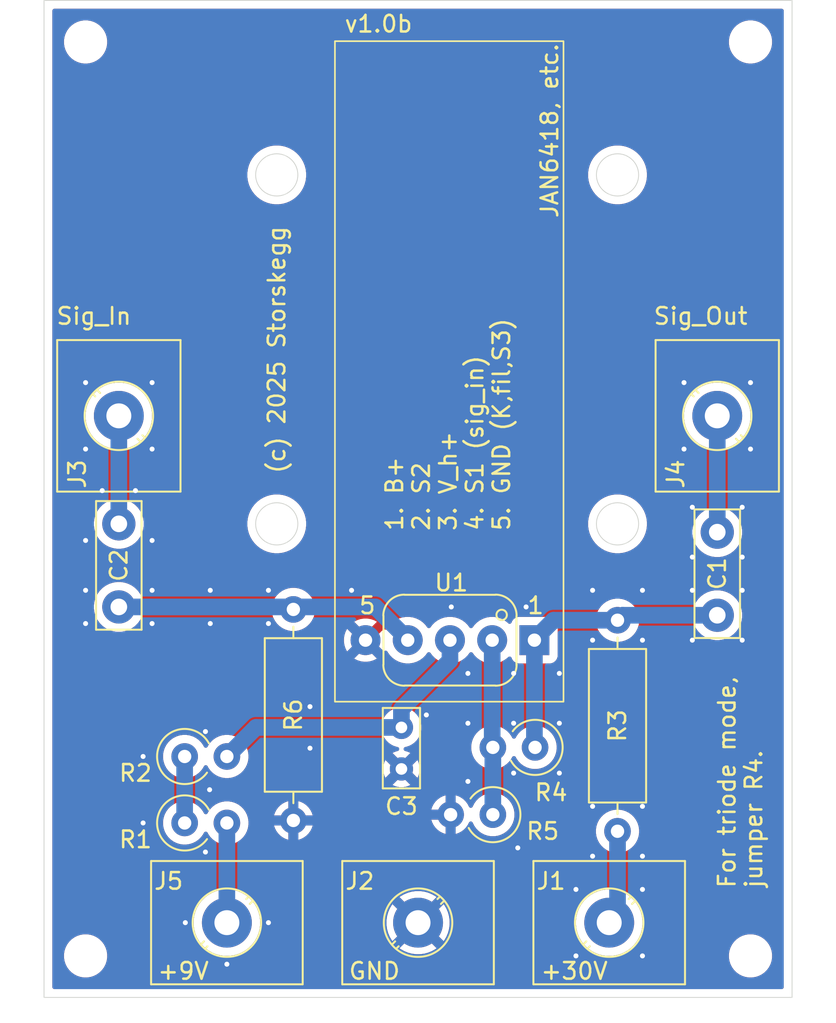
<source format=kicad_pcb>
(kicad_pcb (version 20241229) (generator "pcbnew") (generator_version "9.0")
  (layers (0 "F.Cu" signal) (2 "B.Cu" signal) (13 "F.Paste" user) (15 "B.Paste" user) (5 "F.SilkS" user "F.Silkscreen") (7 "B.SilkS" user "B.Silkscreen") (1 "F.Mask" user) (3 "B.Mask" user) (25 "Edge.Cuts" user))
  (net 0 "")
  (net 1 "Net-(U1A-P)")
  (net 2 "Net-(U1A-G1)")
  (net 3 "Net-(C3-Pad1)")
  (net 4 "Net-(U1A-G2)")
  (net 5 "GND")
  (net 6 "Net-(J4-Pin_1)")
  (net 7 "Net-(J3-Pin_1)")
  (net 8 "+9V")
  (net 9 "Net-(J1-Pin_1)")
  (net 10 "Net-(R1-Pad1)")
  (footprint "TerminalBlock_MetzConnect:TerminalBlock_MetzConnect_360271_1x01_Horizontal_ScrewM3.0_Boxed" (layer "F.Cu") (at 94 60 90)
    (property "Reference" "J4" (at -3.5 -2.5 90) (layer "F.SilkS"))
    (property "Value" "Sig_out")
    (fp_line (start 4.56 -3.71) (end 4.56 3.71) (stroke (width 0.12)) (layer "F.SilkS"))
    (fp_line (start -4.56 -3.71) (end 4.56 -3.71) (stroke (width 0.12)) (layer "F.SilkS"))
    (fp_line (start -4.56 -3.71) (end -4.56 3.71) (stroke (width 0.12)) (layer "F.SilkS"))
    (fp_line (start 1.312 -1.563) (end 1.168 -1.419) (stroke (width 0.12)) (layer "F.SilkS"))
    (fp_line (start 1.563 -1.311) (end 1.376 -1.125) (stroke (width 0.12)) (layer "F.SilkS"))
    (fp_line (start -1.376 1.124) (end -1.563 1.311) (stroke (width 0.12)) (layer "F.SilkS"))
    (fp_line (start -1.168 1.419) (end -1.312 1.563) (stroke (width 0.12)) (layer "F.SilkS"))
    (fp_line (start -4.56 3.71) (end 4.56 3.71) (stroke (width 0.12)) (layer "F.SilkS"))
    (fp_circle (center 0 0) (end 2.06 0) (stroke (width 0.12)) (fill no) (layer "F.SilkS"))
    (pad "1" thru_hole circle (at 0 0 90) (size 3 3) (drill 1.5) (layers "*.Cu" "*.Mask" "In1.Cu" "In2.Cu" "In3.Cu" "In4.Cu" "In5.Cu" "In6.Cu" "In7.Cu" "In8.Cu" "In9.Cu" "In10.Cu" "In11.Cu" "In12.Cu" "In13.Cu" "In14.Cu" "In15.Cu" "In16.Cu" "In17.Cu" "In18.Cu" "In19.Cu" "In20.Cu" "In21.Cu" "In22.Cu" "In23.Cu" "In24.Cu" "In25.Cu" "In26.Cu" "In27.Cu" "In28.Cu" "In29.Cu" "In30.Cu") (net 6 "Net-(J4-Pin_1)"))
  )
  (footprint "Resistor_THT:R_Axial_DIN0309_L9.0mm_D3.2mm_P12.70mm_Horizontal" (layer "F.Cu") (at 68.5 71.65 -90)
    (property "Reference" "R6" (at 6.35 0 90) (layer "F.SilkS"))
    (property "Value" "1M")
    (fp_line (start 1.73 1.72) (end 10.97 1.72) (stroke (width 0.12)) (layer "F.SilkS"))
    (fp_line (start 10.97 1.72) (end 10.97 -1.72) (stroke (width 0.12)) (layer "F.SilkS"))
    (fp_line (start 1.04 0) (end 1.73 0) (stroke (width 0.12)) (layer "F.SilkS"))
    (fp_line (start 11.66 0) (end 10.97 0) (stroke (width 0.12)) (layer "F.SilkS"))
    (fp_line (start 1.73 -1.72) (end 1.73 1.72) (stroke (width 0.12)) (layer "F.SilkS"))
    (fp_line (start 10.97 -1.72) (end 1.73 -1.72) (stroke (width 0.12)) (layer "F.SilkS"))
    (pad "1" thru_hole circle (at 0 0 270) (size 1.6 1.6) (drill 0.8) (layers "*.Cu" "*.Mask" "In1.Cu" "In2.Cu" "In3.Cu" "In4.Cu" "In5.Cu" "In6.Cu" "In7.Cu" "In8.Cu" "In9.Cu" "In10.Cu" "In11.Cu" "In12.Cu" "In13.Cu" "In14.Cu" "In15.Cu" "In16.Cu" "In17.Cu" "In18.Cu" "In19.Cu" "In20.Cu" "In21.Cu" "In22.Cu" "In23.Cu" "In24.Cu" "In25.Cu" "In26.Cu" "In27.Cu" "In28.Cu" "In29.Cu" "In30.Cu") (net 2 "Net-(U1A-G1)"))
    (pad "2" thru_hole oval (at 12.7 0 270) (size 1.6 1.6) (drill 0.8) (layers "*.Cu" "*.Mask" "In1.Cu" "In2.Cu" "In3.Cu" "In4.Cu" "In5.Cu" "In6.Cu" "In7.Cu" "In8.Cu" "In9.Cu" "In10.Cu" "In11.Cu" "In12.Cu" "In13.Cu" "In14.Cu" "In15.Cu" "In16.Cu" "In17.Cu" "In18.Cu" "In19.Cu" "In20.Cu" "In21.Cu" "In22.Cu" "In23.Cu" "In24.Cu" "In25.Cu" "In26.Cu" "In27.Cu" "In28.Cu" "In29.Cu" "In30.Cu") (net 5 "GND"))
  )
  (footprint "TerminalBlock_MetzConnect:TerminalBlock_MetzConnect_360271_1x01_Horizontal_ScrewM3.0_Boxed" (layer "F.Cu") (at 76 90.5)
    (property "Reference" "J2" (at -3.5 -2.5 0) (layer "F.SilkS"))
    (property "Value" "Sig_gnd")
    (fp_line (start -4.56 -3.71) (end -4.56 3.71) (stroke (width 0.12)) (layer "F.SilkS"))
    (fp_line (start -4.56 -3.71) (end 4.56 -3.71) (stroke (width 0.12)) (layer "F.SilkS"))
    (fp_line (start -4.56 3.71) (end 4.56 3.71) (stroke (width 0.12)) (layer "F.SilkS"))
    (fp_line (start -1.376 1.124) (end -1.563 1.311) (stroke (width 0.12)) (layer "F.SilkS"))
    (fp_line (start -1.168 1.419) (end -1.312 1.563) (stroke (width 0.12)) (layer "F.SilkS"))
    (fp_line (start 1.312 -1.563) (end 1.168 -1.419) (stroke (width 0.12)) (layer "F.SilkS"))
    (fp_line (start 1.563 -1.311) (end 1.376 -1.125) (stroke (width 0.12)) (layer "F.SilkS"))
    (fp_line (start 4.56 -3.71) (end 4.56 3.71) (stroke (width 0.12)) (layer "F.SilkS"))
    (fp_circle (center 0 0) (end 2.06 0) (stroke (width 0.12)) (fill no) (layer "F.SilkS"))
    (pad "1" thru_hole circle (at 0 0) (size 3 3) (drill 1.5) (layers "*.Cu" "*.Mask" "In1.Cu" "In2.Cu" "In3.Cu" "In4.Cu" "In5.Cu" "In6.Cu" "In7.Cu" "In8.Cu" "In9.Cu" "In10.Cu" "In11.Cu" "In12.Cu" "In13.Cu" "In14.Cu" "In15.Cu" "In16.Cu" "In17.Cu" "In18.Cu" "In19.Cu" "In20.Cu" "In21.Cu" "In22.Cu" "In23.Cu" "In24.Cu" "In25.Cu" "In26.Cu" "In27.Cu" "In28.Cu" "In29.Cu" "In30.Cu") (net 5 "GND"))
  )
  (footprint "Capacitor_THT:C_Disc_D7.5mm_W2.5mm_P5.00mm" (layer "F.Cu") (at 58 66.5 -90)
    (property "Reference" "C2" (at 2.5 0 90) (layer "F.SilkS"))
    (property "Value" "C")
    (fp_line (start -1.37 1.37) (end 6.37 1.37) (stroke (width 0.12)) (layer "F.SilkS"))
    (fp_line (start -1.37 -1.37) (end -1.37 1.37) (stroke (width 0.12)) (layer "F.SilkS"))
    (fp_line (start -1.37 -1.37) (end 6.37 -1.37) (stroke (width 0.12)) (layer "F.SilkS"))
    (fp_line (start 6.37 -1.37) (end 6.37 1.37) (stroke (width 0.12)) (layer "F.SilkS"))
    (pad "1" thru_hole circle (at 0 0 270) (size 2 2) (drill 1) (layers "*.Cu" "*.Mask" "In1.Cu" "In2.Cu" "In3.Cu" "In4.Cu" "In5.Cu" "In6.Cu" "In7.Cu" "In8.Cu" "In9.Cu" "In10.Cu" "In11.Cu" "In12.Cu" "In13.Cu" "In14.Cu" "In15.Cu" "In16.Cu" "In17.Cu" "In18.Cu" "In19.Cu" "In20.Cu" "In21.Cu" "In22.Cu" "In23.Cu" "In24.Cu" "In25.Cu" "In26.Cu" "In27.Cu" "In28.Cu" "In29.Cu" "In30.Cu") (net 7 "Net-(J3-Pin_1)"))
    (pad "2" thru_hole circle (at 5 0 270) (size 2 2) (drill 1) (layers "*.Cu" "*.Mask" "In1.Cu" "In2.Cu" "In3.Cu" "In4.Cu" "In5.Cu" "In6.Cu" "In7.Cu" "In8.Cu" "In9.Cu" "In10.Cu" "In11.Cu" "In12.Cu" "In13.Cu" "In14.Cu" "In15.Cu" "In16.Cu" "In17.Cu" "In18.Cu" "In19.Cu" "In20.Cu" "In21.Cu" "In22.Cu" "In23.Cu" "In24.Cu" "In25.Cu" "In26.Cu" "In27.Cu" "In28.Cu" "In29.Cu" "In30.Cu") (net 2 "Net-(U1A-G1)"))
  )
  (footprint "MountingHole:MountingHole_2.2mm_M2" (layer "F.Cu") (at 56 92.5)
    (property "Reference" "H4" (hide yes))
    (property "Value" "MountingHole")
    (pad "" np_thru_hole circle (at 0 0) (size 2.2 2.2) (drill 2.2) (layers "*.Cu" "*.Mask" "In1.Cu" "In2.Cu" "In3.Cu" "In4.Cu" "In5.Cu" "In6.Cu" "In7.Cu" "In8.Cu" "In9.Cu" "In10.Cu" "In11.Cu" "In12.Cu" "In13.Cu" "In14.Cu" "In15.Cu" "In16.Cu" "In17.Cu" "In18.Cu" "In19.Cu" "In20.Cu" "In21.Cu" "In22.Cu" "In23.Cu" "In24.Cu" "In25.Cu" "In26.Cu" "In27.Cu" "In28.Cu" "In29.Cu" "In30.Cu"))
  )
  (footprint "Resistor_THT:R_Axial_DIN0309_L9.0mm_D3.2mm_P12.70mm_Horizontal" (layer "F.Cu") (at 88 85 90)
    (property "Reference" "R3" (at 6.35 0 90) (layer "F.SilkS"))
    (property "Value" "Ra")
    (fp_line (start 10.97 -1.72) (end 1.73 -1.72) (stroke (width 0.12)) (layer "F.SilkS"))
    (fp_line (start 1.73 -1.72) (end 1.73 1.72) (stroke (width 0.12)) (layer "F.SilkS"))
    (fp_line (start 11.66 0) (end 10.97 0) (stroke (width 0.12)) (layer "F.SilkS"))
    (fp_line (start 1.04 0) (end 1.73 0) (stroke (width 0.12)) (layer "F.SilkS"))
    (fp_line (start 10.97 1.72) (end 10.97 -1.72) (stroke (width 0.12)) (layer "F.SilkS"))
    (fp_line (start 1.73 1.72) (end 10.97 1.72) (stroke (width 0.12)) (layer "F.SilkS"))
    (pad "1" thru_hole circle (at 0 0 90) (size 1.6 1.6) (drill 0.8) (layers "*.Cu" "*.Mask" "In1.Cu" "In2.Cu" "In3.Cu" "In4.Cu" "In5.Cu" "In6.Cu" "In7.Cu" "In8.Cu" "In9.Cu" "In10.Cu" "In11.Cu" "In12.Cu" "In13.Cu" "In14.Cu" "In15.Cu" "In16.Cu" "In17.Cu" "In18.Cu" "In19.Cu" "In20.Cu" "In21.Cu" "In22.Cu" "In23.Cu" "In24.Cu" "In25.Cu" "In26.Cu" "In27.Cu" "In28.Cu" "In29.Cu" "In30.Cu") (net 9 "Net-(J1-Pin_1)"))
    (pad "2" thru_hole oval (at 12.7 0 90) (size 1.6 1.6) (drill 0.8) (layers "*.Cu" "*.Mask" "In1.Cu" "In2.Cu" "In3.Cu" "In4.Cu" "In5.Cu" "In6.Cu" "In7.Cu" "In8.Cu" "In9.Cu" "In10.Cu" "In11.Cu" "In12.Cu" "In13.Cu" "In14.Cu" "In15.Cu" "In16.Cu" "In17.Cu" "In18.Cu" "In19.Cu" "In20.Cu" "In21.Cu" "In22.Cu" "In23.Cu" "In24.Cu" "In25.Cu" "In26.Cu" "In27.Cu" "In28.Cu" "In29.Cu" "In30.Cu") (net 1 "Net-(U1A-P)"))
  )
  (footprint "Resistor_THT:R_Axial_DIN0309_L9.0mm_D3.2mm_P2.54mm_Vertical" (layer "F.Cu") (at 61.96 80.5)
    (property "Reference" "R2" (at -2.96 1 0) (layer "F.SilkS"))
    (property "Value" "R_FilB")
    (fp_arc (start 1.344775 0.97138) (mid -1.655812 -0.101418) (end 1.453272 -0.8) (stroke (width 0.12)) (layer "F.SilkS"))
    (pad "1" thru_hole circle (at 0 0) (size 1.6 1.6) (drill 0.8) (layers "*.Cu" "*.Mask" "In1.Cu" "In2.Cu" "In3.Cu" "In4.Cu" "In5.Cu" "In6.Cu" "In7.Cu" "In8.Cu" "In9.Cu" "In10.Cu" "In11.Cu" "In12.Cu" "In13.Cu" "In14.Cu" "In15.Cu" "In16.Cu" "In17.Cu" "In18.Cu" "In19.Cu" "In20.Cu" "In21.Cu" "In22.Cu" "In23.Cu" "In24.Cu" "In25.Cu" "In26.Cu" "In27.Cu" "In28.Cu" "In29.Cu" "In30.Cu") (net 10 "Net-(R1-Pad1)"))
    (pad "2" thru_hole oval (at 2.54 0) (size 1.6 1.6) (drill 0.8) (layers "*.Cu" "*.Mask" "In1.Cu" "In2.Cu" "In3.Cu" "In4.Cu" "In5.Cu" "In6.Cu" "In7.Cu" "In8.Cu" "In9.Cu" "In10.Cu" "In11.Cu" "In12.Cu" "In13.Cu" "In14.Cu" "In15.Cu" "In16.Cu" "In17.Cu" "In18.Cu" "In19.Cu" "In20.Cu" "In21.Cu" "In22.Cu" "In23.Cu" "In24.Cu" "In25.Cu" "In26.Cu" "In27.Cu" "In28.Cu" "In29.Cu" "In30.Cu") (net 3 "Net-(C3-Pad1)"))
  )
  (footprint "Valve:Valve_Mini_Pentode_Linear" (layer "F.Cu") (at 83 73.5 180)
    (property "Reference" "U1" (at 5 3.4525 0) (layer "F.SilkS"))
    (property "Value" "JAN6418")
    (fp_line (start 9.08 -1.46) (end 9.08 1.46) (stroke (width 0.12)) (layer "F.SilkS"))
    (fp_line (start 7.81 2.73) (end 2.35 2.73) (stroke (width 0.12)) (layer "F.SilkS"))
    (fp_line (start 2.35 -2.73) (end 7.81 -2.73) (stroke (width 0.12)) (layer "F.SilkS"))
    (fp_line (start 1.08 1.46) (end 1.08 -1.52) (stroke (width 0.12)) (layer "F.SilkS"))
    (fp_arc (start 9.09 1.47) (mid 8.718026 2.368026) (end 7.82 2.74) (stroke (width 0.12)) (layer "F.SilkS"))
    (fp_arc (start 7.82 -2.74) (mid 8.718026 -2.368026) (end 9.09 -1.47) (stroke (width 0.12)) (layer "F.SilkS"))
    (fp_arc (start 2.34 2.74) (mid 1.441974 2.368026) (end 1.07 1.47) (stroke (width 0.12)) (layer "F.SilkS"))
    (fp_arc (start 1.07 -1.47) (mid 1.441974 -2.368026) (end 2.34 -2.74) (stroke (width 0.12)) (layer "F.SilkS"))
    (fp_circle (center 1.97 1.52) (end 2.22 1.71) (stroke (width 0.12)) (fill no) (layer "F.SilkS"))
    (pad "1" thru_hole rect (at 0 0 180) (size 1.8 1.8) (drill 0.8) (layers "*.Cu" "*.Mask" "In1.Cu" "In2.Cu" "In3.Cu" "In4.Cu" "In5.Cu" "In6.Cu" "In7.Cu" "In8.Cu" "In9.Cu" "In10.Cu" "In11.Cu" "In12.Cu" "In13.Cu" "In14.Cu" "In15.Cu" "In16.Cu" "In17.Cu" "In18.Cu" "In19.Cu" "In20.Cu" "In21.Cu" "In22.Cu" "In23.Cu" "In24.Cu" "In25.Cu" "In26.Cu" "In27.Cu" "In28.Cu" "In29.Cu" "In30.Cu") (net 1 "Net-(U1A-P)"))
    (pad "2" thru_hole circle (at 2.54 0 180) (size 1.8 1.8) (drill 0.8) (layers "*.Cu" "*.Mask" "In1.Cu" "In2.Cu" "In3.Cu" "In4.Cu" "In5.Cu" "In6.Cu" "In7.Cu" "In8.Cu" "In9.Cu" "In10.Cu" "In11.Cu" "In12.Cu" "In13.Cu" "In14.Cu" "In15.Cu" "In16.Cu" "In17.Cu" "In18.Cu" "In19.Cu" "In20.Cu" "In21.Cu" "In22.Cu" "In23.Cu" "In24.Cu" "In25.Cu" "In26.Cu" "In27.Cu" "In28.Cu" "In29.Cu" "In30.Cu") (net 4 "Net-(U1A-G2)"))
    (pad "3" thru_hole circle (at 5.08 0 180) (size 1.8 1.8) (drill 0.8) (layers "*.Cu" "*.Mask" "In1.Cu" "In2.Cu" "In3.Cu" "In4.Cu" "In5.Cu" "In6.Cu" "In7.Cu" "In8.Cu" "In9.Cu" "In10.Cu" "In11.Cu" "In12.Cu" "In13.Cu" "In14.Cu" "In15.Cu" "In16.Cu" "In17.Cu" "In18.Cu" "In19.Cu" "In20.Cu" "In21.Cu" "In22.Cu" "In23.Cu" "In24.Cu" "In25.Cu" "In26.Cu" "In27.Cu" "In28.Cu" "In29.Cu" "In30.Cu") (net 3 "Net-(C3-Pad1)"))
    (pad "4" thru_hole circle (at 7.62 0 180) (size 1.8 1.8) (drill 0.8) (layers "*.Cu" "*.Mask" "In1.Cu" "In2.Cu" "In3.Cu" "In4.Cu" "In5.Cu" "In6.Cu" "In7.Cu" "In8.Cu" "In9.Cu" "In10.Cu" "In11.Cu" "In12.Cu" "In13.Cu" "In14.Cu" "In15.Cu" "In16.Cu" "In17.Cu" "In18.Cu" "In19.Cu" "In20.Cu" "In21.Cu" "In22.Cu" "In23.Cu" "In24.Cu" "In25.Cu" "In26.Cu" "In27.Cu" "In28.Cu" "In29.Cu" "In30.Cu") (net 2 "Net-(U1A-G1)"))
    (pad "5" thru_hole circle (at 10.16 0 180) (size 1.8 1.8) (drill 0.8) (layers "*.Cu" "*.Mask" "In1.Cu" "In2.Cu" "In3.Cu" "In4.Cu" "In5.Cu" "In6.Cu" "In7.Cu" "In8.Cu" "In9.Cu" "In10.Cu" "In11.Cu" "In12.Cu" "In13.Cu" "In14.Cu" "In15.Cu" "In16.Cu" "In17.Cu" "In18.Cu" "In19.Cu" "In20.Cu" "In21.Cu" "In22.Cu" "In23.Cu" "In24.Cu" "In25.Cu" "In26.Cu" "In27.Cu" "In28.Cu" "In29.Cu" "In30.Cu") (net 5 "GND"))
  )
  (footprint "Capacitor_THT:C_Disc_D7.5mm_W2.5mm_P5.00mm" (layer "F.Cu") (at 94 72 90)
    (property "Reference" "C1" (at 2.5 0 90) (layer "F.SilkS"))
    (property "Value" "C")
    (fp_line (start 6.37 -1.37) (end 6.37 1.37) (stroke (width 0.12)) (layer "F.SilkS"))
    (fp_line (start -1.37 -1.37) (end 6.37 -1.37) (stroke (width 0.12)) (layer "F.SilkS"))
    (fp_line (start -1.37 -1.37) (end -1.37 1.37) (stroke (width 0.12)) (layer "F.SilkS"))
    (fp_line (start -1.37 1.37) (end 6.37 1.37) (stroke (width 0.12)) (layer "F.SilkS"))
    (pad "1" thru_hole circle (at 0 0 90) (size 2 2) (drill 1) (layers "*.Cu" "*.Mask" "In1.Cu" "In2.Cu" "In3.Cu" "In4.Cu" "In5.Cu" "In6.Cu" "In7.Cu" "In8.Cu" "In9.Cu" "In10.Cu" "In11.Cu" "In12.Cu" "In13.Cu" "In14.Cu" "In15.Cu" "In16.Cu" "In17.Cu" "In18.Cu" "In19.Cu" "In20.Cu" "In21.Cu" "In22.Cu" "In23.Cu" "In24.Cu" "In25.Cu" "In26.Cu" "In27.Cu" "In28.Cu" "In29.Cu" "In30.Cu") (net 1 "Net-(U1A-P)"))
    (pad "2" thru_hole circle (at 5 0 90) (size 2 2) (drill 1) (layers "*.Cu" "*.Mask" "In1.Cu" "In2.Cu" "In3.Cu" "In4.Cu" "In5.Cu" "In6.Cu" "In7.Cu" "In8.Cu" "In9.Cu" "In10.Cu" "In11.Cu" "In12.Cu" "In13.Cu" "In14.Cu" "In15.Cu" "In16.Cu" "In17.Cu" "In18.Cu" "In19.Cu" "In20.Cu" "In21.Cu" "In22.Cu" "In23.Cu" "In24.Cu" "In25.Cu" "In26.Cu" "In27.Cu" "In28.Cu" "In29.Cu" "In30.Cu") (net 6 "Net-(J4-Pin_1)"))
  )
  (footprint "TerminalBlock_MetzConnect:TerminalBlock_MetzConnect_360271_1x01_Horizontal_ScrewM3.0_Boxed" (layer "F.Cu") (at 58 60 90)
    (property "Reference" "J3" (at -3.5 -2.5 90) (layer "F.SilkS"))
    (property "Value" "Sig_in")
    (fp_line (start 4.56 -3.71) (end 4.56 3.71) (stroke (width 0.12)) (layer "F.SilkS"))
    (fp_line (start -4.56 -3.71) (end 4.56 -3.71) (stroke (width 0.12)) (layer "F.SilkS"))
    (fp_line (start -4.56 -3.71) (end -4.56 3.71) (stroke (width 0.12)) (layer "F.SilkS"))
    (fp_line (start 1.312 -1.563) (end 1.168 -1.419) (stroke (width 0.12)) (layer "F.SilkS"))
    (fp_line (start 1.563 -1.311) (end 1.376 -1.125) (stroke (width 0.12)) (layer "F.SilkS"))
    (fp_line (start -1.376 1.124) (end -1.563 1.311) (stroke (width 0.12)) (layer "F.SilkS"))
    (fp_line (start -1.168 1.419) (end -1.312 1.563) (stroke (width 0.12)) (layer "F.SilkS"))
    (fp_line (start -4.56 3.71) (end 4.56 3.71) (stroke (width 0.12)) (layer "F.SilkS"))
    (fp_circle (center 0 0) (end 2.06 0) (stroke (width 0.12)) (fill no) (layer "F.SilkS"))
    (pad "1" thru_hole circle (at 0 0 90) (size 3 3) (drill 1.5) (layers "*.Cu" "*.Mask" "In1.Cu" "In2.Cu" "In3.Cu" "In4.Cu" "In5.Cu" "In6.Cu" "In7.Cu" "In8.Cu" "In9.Cu" "In10.Cu" "In11.Cu" "In12.Cu" "In13.Cu" "In14.Cu" "In15.Cu" "In16.Cu" "In17.Cu" "In18.Cu" "In19.Cu" "In20.Cu" "In21.Cu" "In22.Cu" "In23.Cu" "In24.Cu" "In25.Cu" "In26.Cu" "In27.Cu" "In28.Cu" "In29.Cu" "In30.Cu") (net 7 "Net-(J3-Pin_1)"))
  )
  (footprint "TerminalBlock_MetzConnect:TerminalBlock_MetzConnect_360271_1x01_Horizontal_ScrewM3.0_Boxed" (layer "F.Cu") (at 87.5 90.5)
    (property "Reference" "J1" (at -3.5 -2.5 0) (layer "F.SilkS"))
    (property "Value" "B+")
    (fp_line (start -4.56 -3.71) (end -4.56 3.71) (stroke (width 0.12)) (layer "F.SilkS"))
    (fp_line (start -4.56 -3.71) (end 4.56 -3.71) (stroke (width 0.12)) (layer "F.SilkS"))
    (fp_line (start -4.56 3.71) (end 4.56 3.71) (stroke (width 0.12)) (layer "F.SilkS"))
    (fp_line (start -1.376 1.124) (end -1.563 1.311) (stroke (width 0.12)) (layer "F.SilkS"))
    (fp_line (start -1.168 1.419) (end -1.312 1.563) (stroke (width 0.12)) (layer "F.SilkS"))
    (fp_line (start 1.312 -1.563) (end 1.168 -1.419) (stroke (width 0.12)) (layer "F.SilkS"))
    (fp_line (start 1.563 -1.311) (end 1.376 -1.125) (stroke (width 0.12)) (layer "F.SilkS"))
    (fp_line (start 4.56 -3.71) (end 4.56 3.71) (stroke (width 0.12)) (layer "F.SilkS"))
    (fp_circle (center 0 0) (end 2.06 0) (stroke (width 0.12)) (fill no) (layer "F.SilkS"))
    (pad "1" thru_hole circle (at 0 0) (size 3 3) (drill 1.5) (layers "*.Cu" "*.Mask" "In1.Cu" "In2.Cu" "In3.Cu" "In4.Cu" "In5.Cu" "In6.Cu" "In7.Cu" "In8.Cu" "In9.Cu" "In10.Cu" "In11.Cu" "In12.Cu" "In13.Cu" "In14.Cu" "In15.Cu" "In16.Cu" "In17.Cu" "In18.Cu" "In19.Cu" "In20.Cu" "In21.Cu" "In22.Cu" "In23.Cu" "In24.Cu" "In25.Cu" "In26.Cu" "In27.Cu" "In28.Cu" "In29.Cu" "In30.Cu") (net 9 "Net-(J1-Pin_1)"))
  )
  (footprint "MountingHole:MountingHole_2.2mm_M2" (layer "F.Cu") (at 96 92.5)
    (property "Reference" "H3" (hide yes))
    (property "Value" "MountingHole")
    (pad "" np_thru_hole circle (at 0 0) (size 2.2 2.2) (drill 2.2) (layers "*.Cu" "*.Mask" "In1.Cu" "In2.Cu" "In3.Cu" "In4.Cu" "In5.Cu" "In6.Cu" "In7.Cu" "In8.Cu" "In9.Cu" "In10.Cu" "In11.Cu" "In12.Cu" "In13.Cu" "In14.Cu" "In15.Cu" "In16.Cu" "In17.Cu" "In18.Cu" "In19.Cu" "In20.Cu" "In21.Cu" "In22.Cu" "In23.Cu" "In24.Cu" "In25.Cu" "In26.Cu" "In27.Cu" "In28.Cu" "In29.Cu" "In30.Cu"))
  )
  (footprint "Resistor_THT:R_Axial_DIN0309_L9.0mm_D3.2mm_P2.54mm_Vertical" (layer "F.Cu") (at 80.5 84 180)
    (property "Reference" "R5" (at -3 -1 0) (layer "F.SilkS"))
    (property "Value" "R_PenB")
    (fp_arc (start 1.344775 0.97138) (mid -1.655812 -0.101418) (end 1.453272 -0.8) (stroke (width 0.12)) (layer "F.SilkS"))
    (pad "1" thru_hole circle (at 0 0 180) (size 1.6 1.6) (drill 0.8) (layers "*.Cu" "*.Mask" "In1.Cu" "In2.Cu" "In3.Cu" "In4.Cu" "In5.Cu" "In6.Cu" "In7.Cu" "In8.Cu" "In9.Cu" "In10.Cu" "In11.Cu" "In12.Cu" "In13.Cu" "In14.Cu" "In15.Cu" "In16.Cu" "In17.Cu" "In18.Cu" "In19.Cu" "In20.Cu" "In21.Cu" "In22.Cu" "In23.Cu" "In24.Cu" "In25.Cu" "In26.Cu" "In27.Cu" "In28.Cu" "In29.Cu" "In30.Cu") (net 4 "Net-(U1A-G2)"))
    (pad "2" thru_hole oval (at 2.54 0 180) (size 1.6 1.6) (drill 0.8) (layers "*.Cu" "*.Mask" "In1.Cu" "In2.Cu" "In3.Cu" "In4.Cu" "In5.Cu" "In6.Cu" "In7.Cu" "In8.Cu" "In9.Cu" "In10.Cu" "In11.Cu" "In12.Cu" "In13.Cu" "In14.Cu" "In15.Cu" "In16.Cu" "In17.Cu" "In18.Cu" "In19.Cu" "In20.Cu" "In21.Cu" "In22.Cu" "In23.Cu" "In24.Cu" "In25.Cu" "In26.Cu" "In27.Cu" "In28.Cu" "In29.Cu" "In30.Cu") (net 5 "GND"))
  )
  (footprint "TerminalBlock_MetzConnect:TerminalBlock_MetzConnect_360271_1x01_Horizontal_ScrewM3.0_Boxed" (layer "F.Cu") (at 64.5 90.5 180)
    (property "Reference" "J5" (at 3.5 2.5 0) (layer "F.SilkS"))
    (property "Value" "9V")
    (fp_line (start 4.56 -3.71) (end 4.56 3.71) (stroke (width 0.12)) (layer "F.SilkS"))
    (fp_line (start 1.563 -1.311) (end 1.376 -1.125) (stroke (width 0.12)) (layer "F.SilkS"))
    (fp_line (start 1.312 -1.563) (end 1.168 -1.419) (stroke (width 0.12)) (layer "F.SilkS"))
    (fp_line (start -1.168 1.419) (end -1.312 1.563) (stroke (width 0.12)) (layer "F.SilkS"))
    (fp_line (start -1.376 1.124) (end -1.563 1.311) (stroke (width 0.12)) (layer "F.SilkS"))
    (fp_line (start -4.56 3.71) (end 4.56 3.71) (stroke (width 0.12)) (layer "F.SilkS"))
    (fp_line (start -4.56 -3.71) (end 4.56 -3.71) (stroke (width 0.12)) (layer "F.SilkS"))
    (fp_line (start -4.56 -3.71) (end -4.56 3.71) (stroke (width 0.12)) (layer "F.SilkS"))
    (fp_circle (center 0 0) (end 2.06 0) (stroke (width 0.12)) (fill no) (layer "F.SilkS"))
    (pad "1" thru_hole circle (at 0 0 180) (size 3 3) (drill 1.5) (layers "*.Cu" "*.Mask" "In1.Cu" "In2.Cu" "In3.Cu" "In4.Cu" "In5.Cu" "In6.Cu" "In7.Cu" "In8.Cu" "In9.Cu" "In10.Cu" "In11.Cu" "In12.Cu" "In13.Cu" "In14.Cu" "In15.Cu" "In16.Cu" "In17.Cu" "In18.Cu" "In19.Cu" "In20.Cu" "In21.Cu" "In22.Cu" "In23.Cu" "In24.Cu" "In25.Cu" "In26.Cu" "In27.Cu" "In28.Cu" "In29.Cu" "In30.Cu") (net 8 "+9V"))
  )
  (footprint "MountingHole:MountingHole_2.2mm_M2" (layer "F.Cu") (at 96 37.5)
    (property "Reference" "H2" (hide yes))
    (property "Value" "MountingHole")
    (pad "" np_thru_hole circle (at 0 0) (size 2.2 2.2) (drill 2.2) (layers "*.Cu" "*.Mask" "In1.Cu" "In2.Cu" "In3.Cu" "In4.Cu" "In5.Cu" "In6.Cu" "In7.Cu" "In8.Cu" "In9.Cu" "In10.Cu" "In11.Cu" "In12.Cu" "In13.Cu" "In14.Cu" "In15.Cu" "In16.Cu" "In17.Cu" "In18.Cu" "In19.Cu" "In20.Cu" "In21.Cu" "In22.Cu" "In23.Cu" "In24.Cu" "In25.Cu" "In26.Cu" "In27.Cu" "In28.Cu" "In29.Cu" "In30.Cu"))
  )
  (footprint "Capacitor_THT:C_Rect_L4.6mm_W2.0mm_P2.50mm_MKS02_FKP02" (layer "F.Cu") (at 75 78.75 -90)
    (property "Reference" "C3" (at 4.75 0 0) (layer "F.SilkS"))
    (property "Value" "100nF")
    (fp_line (start -1.17 1.12) (end 3.67 1.12) (stroke (width 0.12)) (layer "F.SilkS"))
    (fp_line (start -1.17 -1.12) (end -1.17 1.12) (stroke (width 0.12)) (layer "F.SilkS"))
    (fp_line (start -1.17 -1.12) (end 3.67 -1.12) (stroke (width 0.12)) (layer "F.SilkS"))
    (fp_line (start 3.67 -1.12) (end 3.67 1.12) (stroke (width 0.12)) (layer "F.SilkS"))
    (pad "1" thru_hole circle (at 0 0 270) (size 1.4 1.4) (drill 0.7) (layers "*.Cu" "*.Mask" "In1.Cu" "In2.Cu" "In3.Cu" "In4.Cu" "In5.Cu" "In6.Cu" "In7.Cu" "In8.Cu" "In9.Cu" "In10.Cu" "In11.Cu" "In12.Cu" "In13.Cu" "In14.Cu" "In15.Cu" "In16.Cu" "In17.Cu" "In18.Cu" "In19.Cu" "In20.Cu" "In21.Cu" "In22.Cu" "In23.Cu" "In24.Cu" "In25.Cu" "In26.Cu" "In27.Cu" "In28.Cu" "In29.Cu" "In30.Cu") (net 3 "Net-(C3-Pad1)"))
    (pad "2" thru_hole circle (at 2.5 0 270) (size 1.4 1.4) (drill 0.7) (layers "*.Cu" "*.Mask" "In1.Cu" "In2.Cu" "In3.Cu" "In4.Cu" "In5.Cu" "In6.Cu" "In7.Cu" "In8.Cu" "In9.Cu" "In10.Cu" "In11.Cu" "In12.Cu" "In13.Cu" "In14.Cu" "In15.Cu" "In16.Cu" "In17.Cu" "In18.Cu" "In19.Cu" "In20.Cu" "In21.Cu" "In22.Cu" "In23.Cu" "In24.Cu" "In25.Cu" "In26.Cu" "In27.Cu" "In28.Cu" "In29.Cu" "In30.Cu") (net 5 "GND"))
  )
  (footprint "Resistor_THT:R_Axial_DIN0309_L9.0mm_D3.2mm_P2.54mm_Vertical" (layer "F.Cu") (at 61.96 84.5)
    (property "Reference" "R1" (at -2.96 1 0) (layer "F.SilkS"))
    (property "Value" "R_FilA")
    (fp_arc (start 1.344775 0.97138) (mid -1.655812 -0.101418) (end 1.453272 -0.8) (stroke (width 0.12)) (layer "F.SilkS"))
    (pad "1" thru_hole circle (at 0 0) (size 1.6 1.6) (drill 0.8) (layers "*.Cu" "*.Mask" "In1.Cu" "In2.Cu" "In3.Cu" "In4.Cu" "In5.Cu" "In6.Cu" "In7.Cu" "In8.Cu" "In9.Cu" "In10.Cu" "In11.Cu" "In12.Cu" "In13.Cu" "In14.Cu" "In15.Cu" "In16.Cu" "In17.Cu" "In18.Cu" "In19.Cu" "In20.Cu" "In21.Cu" "In22.Cu" "In23.Cu" "In24.Cu" "In25.Cu" "In26.Cu" "In27.Cu" "In28.Cu" "In29.Cu" "In30.Cu") (net 10 "Net-(R1-Pad1)"))
    (pad "2" thru_hole oval (at 2.54 0) (size 1.6 1.6) (drill 0.8) (layers "*.Cu" "*.Mask" "In1.Cu" "In2.Cu" "In3.Cu" "In4.Cu" "In5.Cu" "In6.Cu" "In7.Cu" "In8.Cu" "In9.Cu" "In10.Cu" "In11.Cu" "In12.Cu" "In13.Cu" "In14.Cu" "In15.Cu" "In16.Cu" "In17.Cu" "In18.Cu" "In19.Cu" "In20.Cu" "In21.Cu" "In22.Cu" "In23.Cu" "In24.Cu" "In25.Cu" "In26.Cu" "In27.Cu" "In28.Cu" "In29.Cu" "In30.Cu") (net 8 "+9V"))
  )
  (footprint "MountingHole:MountingHole_2.2mm_M2" (layer "F.Cu") (at 56 37.5)
    (property "Reference" "H1" (hide yes))
    (property "Value" "MountingHole")
    (pad "" np_thru_hole circle (at 0 0) (size 2.2 2.2) (drill 2.2) (layers "*.Cu" "*.Mask" "In1.Cu" "In2.Cu" "In3.Cu" "In4.Cu" "In5.Cu" "In6.Cu" "In7.Cu" "In8.Cu" "In9.Cu" "In10.Cu" "In11.Cu" "In12.Cu" "In13.Cu" "In14.Cu" "In15.Cu" "In16.Cu" "In17.Cu" "In18.Cu" "In19.Cu" "In20.Cu" "In21.Cu" "In22.Cu" "In23.Cu" "In24.Cu" "In25.Cu" "In26.Cu" "In27.Cu" "In28.Cu" "In29.Cu" "In30.Cu"))
  )
  (footprint "Resistor_THT:R_Axial_DIN0309_L9.0mm_D3.2mm_P2.54mm_Vertical" (layer "F.Cu") (at 83.04 79.9525 180)
    (property "Reference" "R4" (at -0.96 -2.72 0) (layer "F.SilkS"))
    (property "Value" "R_TriPenA")
    (fp_arc (start 1.344775 0.97138) (mid -1.655812 -0.101418) (end 1.453272 -0.8) (stroke (width 0.12)) (layer "F.SilkS"))
    (pad "1" thru_hole circle (at 0 0 180) (size 1.6 1.6) (drill 0.8) (layers "*.Cu" "*.Mask" "In1.Cu" "In2.Cu" "In3.Cu" "In4.Cu" "In5.Cu" "In6.Cu" "In7.Cu" "In8.Cu" "In9.Cu" "In10.Cu" "In11.Cu" "In12.Cu" "In13.Cu" "In14.Cu" "In15.Cu" "In16.Cu" "In17.Cu" "In18.Cu" "In19.Cu" "In20.Cu" "In21.Cu" "In22.Cu" "In23.Cu" "In24.Cu" "In25.Cu" "In26.Cu" "In27.Cu" "In28.Cu" "In29.Cu" "In30.Cu") (net 1 "Net-(U1A-P)"))
    (pad "2" thru_hole oval (at 2.54 0 180) (size 1.6 1.6) (drill 0.8) (layers "*.Cu" "*.Mask" "In1.Cu" "In2.Cu" "In3.Cu" "In4.Cu" "In5.Cu" "In6.Cu" "In7.Cu" "In8.Cu" "In9.Cu" "In10.Cu" "In11.Cu" "In12.Cu" "In13.Cu" "In14.Cu" "In15.Cu" "In16.Cu" "In17.Cu" "In18.Cu" "In19.Cu" "In20.Cu" "In21.Cu" "In22.Cu" "In23.Cu" "In24.Cu" "In25.Cu" "In26.Cu" "In27.Cu" "In28.Cu" "In29.Cu" "In30.Cu") (net 4 "Net-(U1A-G2)"))
  )
  (gr_rect (start 71 37.4525) (end 84.75 77.2025) (stroke (width 0.1)) (fill no) (layer "F.SilkS"))
  (gr_circle (center 67.5 66.5) (end 68.77 66.5) (stroke (width 0.05)) (fill no) (layer "Edge.Cuts"))
  (gr_circle (center 67.5 45.5) (end 68.77 45.5) (stroke (width 0.05)) (fill no) (layer "Edge.Cuts"))
  (gr_circle (center 88 66.5) (end 89.27 66.5) (stroke (width 0.05)) (fill no) (layer "Edge.Cuts"))
  (gr_circle (center 88 45.5) (end 89.27 45.5) (stroke (width 0.05)) (fill no) (layer "Edge.Cuts"))
  (gr_rect (start 53.5 35) (end 98.5 95) (stroke (width 0.05)) (fill no) (layer "Edge.Cuts"))
  (gr_text "(c) 2025 Storskegg" (at 67.5 48.5 90) (layer "F.SilkS") (effects (font (size 1 1)) (justify right)))
  (gr_text "v1.0b" (at 71.5 37 0) (layer "F.SilkS") (effects (font (size 1 1)) (justify left bottom)))
  (gr_text "Sig_Out" (at 93 54 0) (layer "F.SilkS") (effects (font (size 1 1))))
  (gr_text "+9V" (at 63.5 94 0) (layer "F.SilkS") (effects (font (size 1 1)) (justify right bottom)))
  (gr_text "For triode mode,\njumper R4." (at 94 88.5 90) (layer "F.SilkS") (effects (font (size 1 1)) (justify left top)))
  (gr_text "GND" (at 75 94 0) (layer "F.SilkS") (effects (font (size 1 1)) (justify right bottom)))
  (gr_text "JAN6418, etc." (at 84.5 37.5 90) (layer "F.SilkS") (effects (font (size 1 1)) (justify right bottom)))
  (gr_text "5" (at 72.375 72 0) (layer "F.SilkS") (effects (font (size 1 1)) (justify left bottom)))
  (gr_text "Sig_In" (at 56.5 54 0) (layer "F.SilkS") (effects (font (size 1 1))))
  (gr_text "+30V" (at 87.5 94 0) (layer "F.SilkS") (effects (font (size 1 1)) (justify right bottom)))
  (gr_text "1. B+\n2. S2\n3. V_h+\n4. S1 (sig_in)\n5. GND (K,fil,S3)" (at 74 67 90) (layer "F.SilkS") (effects (font (size 1 1)) (justify left top)))
  (gr_text "1" (at 82.5 72 0) (layer "F.SilkS") (effects (font (size 1 1)) (justify left bottom)))
  (segment (start 83 73.4525) (end 84.1525 72.3) (width 1) (layer "B.Cu") (net 1))
  (segment (start 94 72) (end 88.3 72) (width 1) (layer "B.Cu") (net 1))
  (segment (start 83 73.4525) (end 83 79.9125) (width 1) (layer "B.Cu") (net 1))
  (segment (start 84.1525 72.3) (end 88 72.3) (width 1) (layer "B.Cu") (net 1))
  (segment (start 88.3 72) (end 88 72.3) (width 1) (layer "B.Cu") (net 1))
  (segment (start 73.4275 71.5) (end 75.38 73.4525) (width 1) (layer "B.Cu") (net 2))
  (segment (start 58 71.5) (end 73.4275 71.5) (width 1) (layer "B.Cu") (net 2))
  (segment (start 75 77.645292) (end 77.92 74.725292) (width 1) (layer "B.Cu") (net 3))
  (segment (start 75 78.75) (end 75 77.645292) (width 1) (layer "B.Cu") (net 3))
  (segment (start 75 78.75) (end 66.25 78.75) (width 1) (layer "B.Cu") (net 3))
  (segment (start 66.25 78.75) (end 64.5 80.5) (width 1) (layer "B.Cu") (net 3))
  (segment (start 77.92 74.725292) (end 77.92 73.4525) (width 1) (layer "B.Cu") (net 3))
  (segment (start 80.46 73.4525) (end 80.46 79.9125) (width 1) (layer "B.Cu") (net 4))
  (segment (start 80.5 79.9525) (end 80.5 84) (width 1) (layer "B.Cu") (net 4))
  (via (at 85.5 92.5) (size 0.6) (drill 0.3) (layers "F.Cu" "B.Cu") (net 5))
  (via (at 78 71.5) (size 0.6) (drill 0.3) (layers "F.Cu" "B.Cu") (net 5))
  (via (at 67 72.5) (size 0.6) (drill 0.3) (layers "F.Cu" "B.Cu") (net 5))
  (via (at 63.21 79) (size 0.6) (drill 0.3) (layers "F.Cu" "B.Cu") (net 5))
  (via (at 56 70.5) (size 0.6) (drill 0.3) (layers "F.Cu" "B.Cu") (net 5))
  (via (at 85.5 88.5) (size 0.6) (drill 0.3) (layers "F.Cu" "B.Cu") (net 5))
  (via (at 67 90.5) (size 0.6) (drill 0.3) (layers "F.Cu" "B.Cu") (net 5))
  (via (at 92 58) (size 0.6) (drill 0.3) (layers "F.Cu" "B.Cu") (net 5))
  (via (at 86.5 70.5) (size 0.6) (drill 0.3) (layers "F.Cu" "B.Cu") (net 5))
  (via (at 95.5 68.5) (size 0.6) (drill 0.3) (layers "F.Cu" "B.Cu") (net 5))
  (via (at 81.75 78.5) (size 0.6) (drill 0.3) (layers "F.Cu" "B.Cu") (net 5))
  (via (at 72 70.5) (size 0.6) (drill 0.3) (layers "F.Cu" "B.Cu") (net 5))
  (via (at 82.5 71.5) (size 0.6) (drill 0.3) (layers "F.Cu" "B.Cu") (net 5))
  (via (at 89.5 73.5) (size 0.6) (drill 0.3) (layers "F.Cu" "B.Cu") (net 5))
  (via (at 86.5 83.5) (size 0.6) (drill 0.3) (layers "F.Cu" "B.Cu") (net 5))
  (via (at 79 75.5) (size 0.6) (drill 0.3) (layers "F.Cu" "B.Cu") (net 5))
  (via (at 60 67.5) (size 0.6) (drill 0.3) (layers "F.Cu" "B.Cu") (net 5))
  (via (at 59.46 84.5) (size 0.6) (drill 0.3) (layers "F.Cu" "B.Cu") (net 5))
  (via (at 69.5 80) (size 0.6) (drill 0.3) (layers "F.Cu" "B.Cu") (net 5))
  (via (at 95.5 70.5) (size 0.6) (drill 0.3) (layers "F.Cu" "B.Cu") (net 5))
  (via (at 86.5 73.5) (size 0.6) (drill 0.3) (layers "F.Cu" "B.Cu") (net 5))
  (via (at 76.5 78) (size 0.6) (drill 0.3) (layers "F.Cu" "B.Cu") (net 5))
  (via (at 56 58) (size 0.6) (drill 0.3) (layers "F.Cu" "B.Cu") (net 5))
  (via (at 92.5 68.5) (size 0.6) (drill 0.3) (layers "F.Cu" "B.Cu") (net 5))
  (via (at 89.5 88.5) (size 0.6) (drill 0.3) (layers "F.Cu" "B.Cu") (net 5))
  (via (at 79 82) (size 0.6) (drill 0.3) (layers "F.Cu" "B.Cu") (net 5))
  (via (at 81.75 81.5) (size 0.6) (drill 0.3) (layers "F.Cu" "B.Cu") (net 5))
  (via (at 89.5 83.5) (size 0.6) (drill 0.3) (layers "F.Cu" "B.Cu") (net 5))
  (via (at 60 58) (size 0.6) (drill 0.3) (layers "F.Cu" "B.Cu") (net 5))
  (via (at 84.5 75.5) (size 0.6) (drill 0.3) (layers "F.Cu" "B.Cu") (net 5))
  (via (at 95.5 73.5) (size 0.6) (drill 0.3) (layers "F.Cu" "B.Cu") (net 5))
  (via (at 96 62) (size 0.6) (drill 0.3) (layers "F.Cu" "B.Cu") (net 5))
  (via (at 82 86) (size 0.6) (drill 0.3) (layers "F.Cu" "B.Cu") (net 5))
  (via (at 60 72.5) (size 0.6) (drill 0.3) (layers "F.Cu" "B.Cu") (net 5))
  (via (at 89.5 86.5) (size 0.6) (drill 0.3) (layers "F.Cu" "B.Cu") (net 5))
  (via (at 59.46 80.5) (size 0.6) (drill 0.3) (layers "F.Cu" "B.Cu") (net 5))
  (via (at 63.5 72.5) (size 0.6) (drill 0.3) (layers "F.Cu" "B.Cu") (net 5))
  (via (at 89.5 92.5) (size 0.6) (drill 0.3) (layers "F.Cu" "B.Cu") (net 5))
  (via (at 96 58) (size 0.6) (drill 0.3) (layers "F.Cu" "B.Cu") (net 5))
  (via (at 95.5 65.5) (size 0.6) (drill 0.3) (layers "F.Cu" "B.Cu") (net 5))
  (via (at 56 67.5) (size 0.6) (drill 0.3) (layers "F.Cu" "B.Cu") (net 5))
  (via (at 89.5 70.5) (size 0.6) (drill 0.3) (layers "F.Cu" "B.Cu") (net 5))
  (via (at 84.5 81.5) (size 0.6) (drill 0.3) (layers "F.Cu" "B.Cu") (net 5))
  (via (at 67 70.5) (size 0.6) (drill 0.3) (layers "F.Cu" "B.Cu") (net 5))
  (via (at 63.21 86.25) (size 0.6) (drill 0.3) (layers "F.Cu" "B.Cu") (net 5))
  (via (at 60 62) (size 0.6) (drill 0.3) (layers "F.Cu" "B.Cu") (net 5))
  (via (at 59 64.5) (size 0.6) (drill 0.3) (layers "F.Cu" "B.Cu") (net 5))
  (via (at 56 72.5) (size 0.6) (drill 0.3) (layers "F.Cu" "B.Cu") (net 5))
  (via (at 92.5 65.5) (size 0.6) (drill 0.3) (layers "F.Cu" "B.Cu") (net 5))
  (via (at 56 62) (size 0.6) (drill 0.3) (layers "F.Cu" "B.Cu") (net 5))
  (via (at 63.46 82.5) (size 0.6) (drill 0.3) (layers "F.Cu" "B.Cu") (net 5))
  (via (at 57 64.5) (size 0.6) (drill 0.3) (layers "F.Cu" "B.Cu") (net 5))
  (via (at 92 62) (size 0.6) (drill 0.3) (layers "F.Cu" "B.Cu") (net 5))
  (via (at 62 90.5) (size 0.6) (drill 0.3) (layers "F.Cu" "B.Cu") (net 5))
  (via (at 69.5 77.5) (size 0.6) (drill 0.3) (layers "F.Cu" "B.Cu") (net 5))
  (via (at 81.75 75.5) (size 0.6) (drill 0.3) (layers "F.Cu" "B.Cu") (net 5))
  (via (at 92.5 70.5) (size 0.6) (drill 0.3) (layers "F.Cu" "B.Cu") (net 5))
  (via (at 84.5 78.5) (size 0.6) (drill 0.3) (layers "F.Cu" "B.Cu") (net 5))
  (via (at 63.5 70.5) (size 0.6) (drill 0.3) (layers "F.Cu" "B.Cu") (net 5))
  (via (at 79 78.5) (size 0.6) (drill 0.3) (layers "F.Cu" "B.Cu") (net 5))
  (via (at 60 70.5) (size 0.6) (drill 0.3) (layers "F.Cu" "B.Cu") (net 5))
  (via (at 86.5 86.5) (size 0.6) (drill 0.3) (layers "F.Cu" "B.Cu") (net 5))
  (via (at 92.5 73.5) (size 0.6) (drill 0.3) (layers "F.Cu" "B.Cu") (net 5))
  (via (at 64.5 93) (size 0.6) (drill 0.3) (layers "F.Cu" "B.Cu") (net 5))
  (segment (start 94 67) (end 94 60) (width 1) (layer "B.Cu") (net 6))
  (segment (start 58 60) (end 58 66.5) (width 1) (layer "B.Cu") (net 7))
  (segment (start 64.5 84.5) (end 64.5 90.5) (width 1) (layer "B.Cu") (net 8))
  (segment (start 88 84.85) (end 88 90) (width 1) (layer "B.Cu") (net 9))
  (segment (start 61.96 84.5) (end 61.96 80.5) (width 1) (layer "B.Cu") (net 10))
  (zone (net 5) (net_name "GND") (layers "F.Cu" "B.Cu") (connect_pads (clearance 0.5)) (min_thickness 0.25) (fill yes (thermal_gap 0.4) (thermal_bridge_width 0.6))
    (polygon (pts (xy 53.5 35) (xy 98.5 35) (xy 98.5 95) (xy 53.5 95)))
  )
)
</source>
